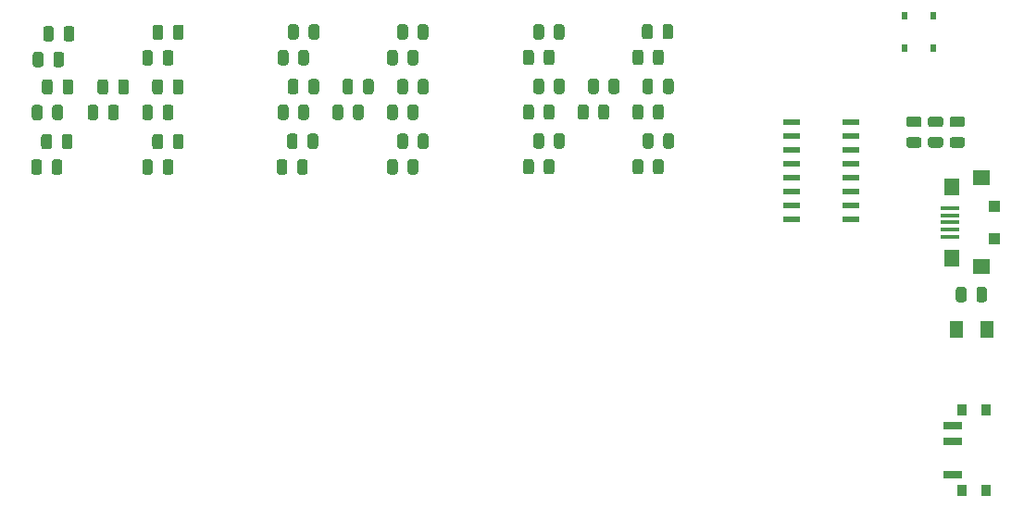
<source format=gtp>
G04 #@! TF.GenerationSoftware,KiCad,Pcbnew,(5.1.9)-1*
G04 #@! TF.CreationDate,2021-04-05T09:06:19-05:00*
G04 #@! TF.ProjectId,altbier_pcb_3d6,616c7462-6965-4725-9f70-63625f336436,2*
G04 #@! TF.SameCoordinates,Original*
G04 #@! TF.FileFunction,Paste,Top*
G04 #@! TF.FilePolarity,Positive*
%FSLAX46Y46*%
G04 Gerber Fmt 4.6, Leading zero omitted, Abs format (unit mm)*
G04 Created by KiCad (PCBNEW (5.1.9)-1) date 2021-04-05 09:06:19*
%MOMM*%
%LPD*%
G01*
G04 APERTURE LIST*
%ADD10R,1.250000X1.500000*%
%ADD11R,1.700000X0.700000*%
%ADD12R,0.900000X1.000000*%
%ADD13R,1.500000X0.600000*%
%ADD14R,1.000000X1.100000*%
%ADD15R,1.500000X1.350000*%
%ADD16R,1.800000X0.400000*%
%ADD17R,1.400000X1.500000*%
%ADD18R,0.600000X0.750000*%
G04 APERTURE END LIST*
D10*
X205870000Y-89916000D03*
X203070000Y-89916000D03*
G36*
G01*
X201649650Y-71432000D02*
X200737150Y-71432000D01*
G75*
G02*
X200493400Y-71188250I0J243750D01*
G01*
X200493400Y-70700750D01*
G75*
G02*
X200737150Y-70457000I243750J0D01*
G01*
X201649650Y-70457000D01*
G75*
G02*
X201893400Y-70700750I0J-243750D01*
G01*
X201893400Y-71188250D01*
G75*
G02*
X201649650Y-71432000I-243750J0D01*
G01*
G37*
G36*
G01*
X201649650Y-73307000D02*
X200737150Y-73307000D01*
G75*
G02*
X200493400Y-73063250I0J243750D01*
G01*
X200493400Y-72575750D01*
G75*
G02*
X200737150Y-72332000I243750J0D01*
G01*
X201649650Y-72332000D01*
G75*
G02*
X201893400Y-72575750I0J-243750D01*
G01*
X201893400Y-73063250D01*
G75*
G02*
X201649650Y-73307000I-243750J0D01*
G01*
G37*
G36*
G01*
X199668450Y-71432000D02*
X198755950Y-71432000D01*
G75*
G02*
X198512200Y-71188250I0J243750D01*
G01*
X198512200Y-70700750D01*
G75*
G02*
X198755950Y-70457000I243750J0D01*
G01*
X199668450Y-70457000D01*
G75*
G02*
X199912200Y-70700750I0J-243750D01*
G01*
X199912200Y-71188250D01*
G75*
G02*
X199668450Y-71432000I-243750J0D01*
G01*
G37*
G36*
G01*
X199668450Y-73307000D02*
X198755950Y-73307000D01*
G75*
G02*
X198512200Y-73063250I0J243750D01*
G01*
X198512200Y-72575750D01*
G75*
G02*
X198755950Y-72332000I243750J0D01*
G01*
X199668450Y-72332000D01*
G75*
G02*
X199912200Y-72575750I0J-243750D01*
G01*
X199912200Y-73063250D01*
G75*
G02*
X199668450Y-73307000I-243750J0D01*
G01*
G37*
G36*
G01*
X204920000Y-87197250D02*
X204920000Y-86284750D01*
G75*
G02*
X205163750Y-86041000I243750J0D01*
G01*
X205651250Y-86041000D01*
G75*
G02*
X205895000Y-86284750I0J-243750D01*
G01*
X205895000Y-87197250D01*
G75*
G02*
X205651250Y-87441000I-243750J0D01*
G01*
X205163750Y-87441000D01*
G75*
G02*
X204920000Y-87197250I0J243750D01*
G01*
G37*
G36*
G01*
X203045000Y-87197250D02*
X203045000Y-86284750D01*
G75*
G02*
X203288750Y-86041000I243750J0D01*
G01*
X203776250Y-86041000D01*
G75*
G02*
X204020000Y-86284750I0J-243750D01*
G01*
X204020000Y-87197250D01*
G75*
G02*
X203776250Y-87441000I-243750J0D01*
G01*
X203288750Y-87441000D01*
G75*
G02*
X203045000Y-87197250I0J243750D01*
G01*
G37*
G36*
G01*
X203630850Y-71432000D02*
X202718350Y-71432000D01*
G75*
G02*
X202474600Y-71188250I0J243750D01*
G01*
X202474600Y-70700750D01*
G75*
G02*
X202718350Y-70457000I243750J0D01*
G01*
X203630850Y-70457000D01*
G75*
G02*
X203874600Y-70700750I0J-243750D01*
G01*
X203874600Y-71188250D01*
G75*
G02*
X203630850Y-71432000I-243750J0D01*
G01*
G37*
G36*
G01*
X203630850Y-73307000D02*
X202718350Y-73307000D01*
G75*
G02*
X202474600Y-73063250I0J243750D01*
G01*
X202474600Y-72575750D01*
G75*
G02*
X202718350Y-72332000I243750J0D01*
G01*
X203630850Y-72332000D01*
G75*
G02*
X203874600Y-72575750I0J-243750D01*
G01*
X203874600Y-73063250D01*
G75*
G02*
X203630850Y-73307000I-243750J0D01*
G01*
G37*
G36*
G01*
X121455600Y-63346650D02*
X121455600Y-62434150D01*
G75*
G02*
X121699350Y-62190400I243750J0D01*
G01*
X122186850Y-62190400D01*
G75*
G02*
X122430600Y-62434150I0J-243750D01*
G01*
X122430600Y-63346650D01*
G75*
G02*
X122186850Y-63590400I-243750J0D01*
G01*
X121699350Y-63590400D01*
G75*
G02*
X121455600Y-63346650I0J243750D01*
G01*
G37*
G36*
G01*
X119580600Y-63346650D02*
X119580600Y-62434150D01*
G75*
G02*
X119824350Y-62190400I243750J0D01*
G01*
X120311850Y-62190400D01*
G75*
G02*
X120555600Y-62434150I0J-243750D01*
G01*
X120555600Y-63346650D01*
G75*
G02*
X120311850Y-63590400I-243750J0D01*
G01*
X119824350Y-63590400D01*
G75*
G02*
X119580600Y-63346650I0J243750D01*
G01*
G37*
G36*
G01*
X131437800Y-73201850D02*
X131437800Y-72289350D01*
G75*
G02*
X131681550Y-72045600I243750J0D01*
G01*
X132169050Y-72045600D01*
G75*
G02*
X132412800Y-72289350I0J-243750D01*
G01*
X132412800Y-73201850D01*
G75*
G02*
X132169050Y-73445600I-243750J0D01*
G01*
X131681550Y-73445600D01*
G75*
G02*
X131437800Y-73201850I0J243750D01*
G01*
G37*
G36*
G01*
X129562800Y-73201850D02*
X129562800Y-72289350D01*
G75*
G02*
X129806550Y-72045600I243750J0D01*
G01*
X130294050Y-72045600D01*
G75*
G02*
X130537800Y-72289350I0J-243750D01*
G01*
X130537800Y-73201850D01*
G75*
G02*
X130294050Y-73445600I-243750J0D01*
G01*
X129806550Y-73445600D01*
G75*
G02*
X129562800Y-73201850I0J243750D01*
G01*
G37*
G36*
G01*
X121354000Y-68198050D02*
X121354000Y-67285550D01*
G75*
G02*
X121597750Y-67041800I243750J0D01*
G01*
X122085250Y-67041800D01*
G75*
G02*
X122329000Y-67285550I0J-243750D01*
G01*
X122329000Y-68198050D01*
G75*
G02*
X122085250Y-68441800I-243750J0D01*
G01*
X121597750Y-68441800D01*
G75*
G02*
X121354000Y-68198050I0J243750D01*
G01*
G37*
G36*
G01*
X119479000Y-68198050D02*
X119479000Y-67285550D01*
G75*
G02*
X119722750Y-67041800I243750J0D01*
G01*
X120210250Y-67041800D01*
G75*
G02*
X120454000Y-67285550I0J-243750D01*
G01*
X120454000Y-68198050D01*
G75*
G02*
X120210250Y-68441800I-243750J0D01*
G01*
X119722750Y-68441800D01*
G75*
G02*
X119479000Y-68198050I0J243750D01*
G01*
G37*
G36*
G01*
X131437800Y-68198050D02*
X131437800Y-67285550D01*
G75*
G02*
X131681550Y-67041800I243750J0D01*
G01*
X132169050Y-67041800D01*
G75*
G02*
X132412800Y-67285550I0J-243750D01*
G01*
X132412800Y-68198050D01*
G75*
G02*
X132169050Y-68441800I-243750J0D01*
G01*
X131681550Y-68441800D01*
G75*
G02*
X131437800Y-68198050I0J243750D01*
G01*
G37*
G36*
G01*
X129562800Y-68198050D02*
X129562800Y-67285550D01*
G75*
G02*
X129806550Y-67041800I243750J0D01*
G01*
X130294050Y-67041800D01*
G75*
G02*
X130537800Y-67285550I0J-243750D01*
G01*
X130537800Y-68198050D01*
G75*
G02*
X130294050Y-68441800I-243750J0D01*
G01*
X129806550Y-68441800D01*
G75*
G02*
X129562800Y-68198050I0J243750D01*
G01*
G37*
G36*
G01*
X121277800Y-73201850D02*
X121277800Y-72289350D01*
G75*
G02*
X121521550Y-72045600I243750J0D01*
G01*
X122009050Y-72045600D01*
G75*
G02*
X122252800Y-72289350I0J-243750D01*
G01*
X122252800Y-73201850D01*
G75*
G02*
X122009050Y-73445600I-243750J0D01*
G01*
X121521550Y-73445600D01*
G75*
G02*
X121277800Y-73201850I0J243750D01*
G01*
G37*
G36*
G01*
X119402800Y-73201850D02*
X119402800Y-72289350D01*
G75*
G02*
X119646550Y-72045600I243750J0D01*
G01*
X120134050Y-72045600D01*
G75*
G02*
X120377800Y-72289350I0J-243750D01*
G01*
X120377800Y-73201850D01*
G75*
G02*
X120134050Y-73445600I-243750J0D01*
G01*
X119646550Y-73445600D01*
G75*
G02*
X119402800Y-73201850I0J243750D01*
G01*
G37*
G36*
G01*
X131463200Y-63194250D02*
X131463200Y-62281750D01*
G75*
G02*
X131706950Y-62038000I243750J0D01*
G01*
X132194450Y-62038000D01*
G75*
G02*
X132438200Y-62281750I0J-243750D01*
G01*
X132438200Y-63194250D01*
G75*
G02*
X132194450Y-63438000I-243750J0D01*
G01*
X131706950Y-63438000D01*
G75*
G02*
X131463200Y-63194250I0J243750D01*
G01*
G37*
G36*
G01*
X129588200Y-63194250D02*
X129588200Y-62281750D01*
G75*
G02*
X129831950Y-62038000I243750J0D01*
G01*
X130319450Y-62038000D01*
G75*
G02*
X130563200Y-62281750I0J-243750D01*
G01*
X130563200Y-63194250D01*
G75*
G02*
X130319450Y-63438000I-243750J0D01*
G01*
X129831950Y-63438000D01*
G75*
G02*
X129588200Y-63194250I0J243750D01*
G01*
G37*
G36*
G01*
X126434000Y-68198050D02*
X126434000Y-67285550D01*
G75*
G02*
X126677750Y-67041800I243750J0D01*
G01*
X127165250Y-67041800D01*
G75*
G02*
X127409000Y-67285550I0J-243750D01*
G01*
X127409000Y-68198050D01*
G75*
G02*
X127165250Y-68441800I-243750J0D01*
G01*
X126677750Y-68441800D01*
G75*
G02*
X126434000Y-68198050I0J243750D01*
G01*
G37*
G36*
G01*
X124559000Y-68198050D02*
X124559000Y-67285550D01*
G75*
G02*
X124802750Y-67041800I243750J0D01*
G01*
X125290250Y-67041800D01*
G75*
G02*
X125534000Y-67285550I0J-243750D01*
G01*
X125534000Y-68198050D01*
G75*
G02*
X125290250Y-68441800I-243750J0D01*
G01*
X124802750Y-68441800D01*
G75*
G02*
X124559000Y-68198050I0J243750D01*
G01*
G37*
G36*
G01*
X143858400Y-63168850D02*
X143858400Y-62256350D01*
G75*
G02*
X144102150Y-62012600I243750J0D01*
G01*
X144589650Y-62012600D01*
G75*
G02*
X144833400Y-62256350I0J-243750D01*
G01*
X144833400Y-63168850D01*
G75*
G02*
X144589650Y-63412600I-243750J0D01*
G01*
X144102150Y-63412600D01*
G75*
G02*
X143858400Y-63168850I0J243750D01*
G01*
G37*
G36*
G01*
X141983400Y-63168850D02*
X141983400Y-62256350D01*
G75*
G02*
X142227150Y-62012600I243750J0D01*
G01*
X142714650Y-62012600D01*
G75*
G02*
X142958400Y-62256350I0J-243750D01*
G01*
X142958400Y-63168850D01*
G75*
G02*
X142714650Y-63412600I-243750J0D01*
G01*
X142227150Y-63412600D01*
G75*
G02*
X141983400Y-63168850I0J243750D01*
G01*
G37*
G36*
G01*
X153840600Y-73176450D02*
X153840600Y-72263950D01*
G75*
G02*
X154084350Y-72020200I243750J0D01*
G01*
X154571850Y-72020200D01*
G75*
G02*
X154815600Y-72263950I0J-243750D01*
G01*
X154815600Y-73176450D01*
G75*
G02*
X154571850Y-73420200I-243750J0D01*
G01*
X154084350Y-73420200D01*
G75*
G02*
X153840600Y-73176450I0J243750D01*
G01*
G37*
G36*
G01*
X151965600Y-73176450D02*
X151965600Y-72263950D01*
G75*
G02*
X152209350Y-72020200I243750J0D01*
G01*
X152696850Y-72020200D01*
G75*
G02*
X152940600Y-72263950I0J-243750D01*
G01*
X152940600Y-73176450D01*
G75*
G02*
X152696850Y-73420200I-243750J0D01*
G01*
X152209350Y-73420200D01*
G75*
G02*
X151965600Y-73176450I0J243750D01*
G01*
G37*
G36*
G01*
X143833000Y-68172650D02*
X143833000Y-67260150D01*
G75*
G02*
X144076750Y-67016400I243750J0D01*
G01*
X144564250Y-67016400D01*
G75*
G02*
X144808000Y-67260150I0J-243750D01*
G01*
X144808000Y-68172650D01*
G75*
G02*
X144564250Y-68416400I-243750J0D01*
G01*
X144076750Y-68416400D01*
G75*
G02*
X143833000Y-68172650I0J243750D01*
G01*
G37*
G36*
G01*
X141958000Y-68172650D02*
X141958000Y-67260150D01*
G75*
G02*
X142201750Y-67016400I243750J0D01*
G01*
X142689250Y-67016400D01*
G75*
G02*
X142933000Y-67260150I0J-243750D01*
G01*
X142933000Y-68172650D01*
G75*
G02*
X142689250Y-68416400I-243750J0D01*
G01*
X142201750Y-68416400D01*
G75*
G02*
X141958000Y-68172650I0J243750D01*
G01*
G37*
G36*
G01*
X153840600Y-68172650D02*
X153840600Y-67260150D01*
G75*
G02*
X154084350Y-67016400I243750J0D01*
G01*
X154571850Y-67016400D01*
G75*
G02*
X154815600Y-67260150I0J-243750D01*
G01*
X154815600Y-68172650D01*
G75*
G02*
X154571850Y-68416400I-243750J0D01*
G01*
X154084350Y-68416400D01*
G75*
G02*
X153840600Y-68172650I0J243750D01*
G01*
G37*
G36*
G01*
X151965600Y-68172650D02*
X151965600Y-67260150D01*
G75*
G02*
X152209350Y-67016400I243750J0D01*
G01*
X152696850Y-67016400D01*
G75*
G02*
X152940600Y-67260150I0J-243750D01*
G01*
X152940600Y-68172650D01*
G75*
G02*
X152696850Y-68416400I-243750J0D01*
G01*
X152209350Y-68416400D01*
G75*
G02*
X151965600Y-68172650I0J243750D01*
G01*
G37*
G36*
G01*
X143756800Y-73176450D02*
X143756800Y-72263950D01*
G75*
G02*
X144000550Y-72020200I243750J0D01*
G01*
X144488050Y-72020200D01*
G75*
G02*
X144731800Y-72263950I0J-243750D01*
G01*
X144731800Y-73176450D01*
G75*
G02*
X144488050Y-73420200I-243750J0D01*
G01*
X144000550Y-73420200D01*
G75*
G02*
X143756800Y-73176450I0J243750D01*
G01*
G37*
G36*
G01*
X141881800Y-73176450D02*
X141881800Y-72263950D01*
G75*
G02*
X142125550Y-72020200I243750J0D01*
G01*
X142613050Y-72020200D01*
G75*
G02*
X142856800Y-72263950I0J-243750D01*
G01*
X142856800Y-73176450D01*
G75*
G02*
X142613050Y-73420200I-243750J0D01*
G01*
X142125550Y-73420200D01*
G75*
G02*
X141881800Y-73176450I0J243750D01*
G01*
G37*
G36*
G01*
X153840600Y-63168850D02*
X153840600Y-62256350D01*
G75*
G02*
X154084350Y-62012600I243750J0D01*
G01*
X154571850Y-62012600D01*
G75*
G02*
X154815600Y-62256350I0J-243750D01*
G01*
X154815600Y-63168850D01*
G75*
G02*
X154571850Y-63412600I-243750J0D01*
G01*
X154084350Y-63412600D01*
G75*
G02*
X153840600Y-63168850I0J243750D01*
G01*
G37*
G36*
G01*
X151965600Y-63168850D02*
X151965600Y-62256350D01*
G75*
G02*
X152209350Y-62012600I243750J0D01*
G01*
X152696850Y-62012600D01*
G75*
G02*
X152940600Y-62256350I0J-243750D01*
G01*
X152940600Y-63168850D01*
G75*
G02*
X152696850Y-63412600I-243750J0D01*
G01*
X152209350Y-63412600D01*
G75*
G02*
X151965600Y-63168850I0J243750D01*
G01*
G37*
G36*
G01*
X148836800Y-68172650D02*
X148836800Y-67260150D01*
G75*
G02*
X149080550Y-67016400I243750J0D01*
G01*
X149568050Y-67016400D01*
G75*
G02*
X149811800Y-67260150I0J-243750D01*
G01*
X149811800Y-68172650D01*
G75*
G02*
X149568050Y-68416400I-243750J0D01*
G01*
X149080550Y-68416400D01*
G75*
G02*
X148836800Y-68172650I0J243750D01*
G01*
G37*
G36*
G01*
X146961800Y-68172650D02*
X146961800Y-67260150D01*
G75*
G02*
X147205550Y-67016400I243750J0D01*
G01*
X147693050Y-67016400D01*
G75*
G02*
X147936800Y-67260150I0J-243750D01*
G01*
X147936800Y-68172650D01*
G75*
G02*
X147693050Y-68416400I-243750J0D01*
G01*
X147205550Y-68416400D01*
G75*
G02*
X146961800Y-68172650I0J243750D01*
G01*
G37*
G36*
G01*
X166286600Y-63168850D02*
X166286600Y-62256350D01*
G75*
G02*
X166530350Y-62012600I243750J0D01*
G01*
X167017850Y-62012600D01*
G75*
G02*
X167261600Y-62256350I0J-243750D01*
G01*
X167261600Y-63168850D01*
G75*
G02*
X167017850Y-63412600I-243750J0D01*
G01*
X166530350Y-63412600D01*
G75*
G02*
X166286600Y-63168850I0J243750D01*
G01*
G37*
G36*
G01*
X164411600Y-63168850D02*
X164411600Y-62256350D01*
G75*
G02*
X164655350Y-62012600I243750J0D01*
G01*
X165142850Y-62012600D01*
G75*
G02*
X165386600Y-62256350I0J-243750D01*
G01*
X165386600Y-63168850D01*
G75*
G02*
X165142850Y-63412600I-243750J0D01*
G01*
X164655350Y-63412600D01*
G75*
G02*
X164411600Y-63168850I0J243750D01*
G01*
G37*
G36*
G01*
X176294200Y-73151050D02*
X176294200Y-72238550D01*
G75*
G02*
X176537950Y-71994800I243750J0D01*
G01*
X177025450Y-71994800D01*
G75*
G02*
X177269200Y-72238550I0J-243750D01*
G01*
X177269200Y-73151050D01*
G75*
G02*
X177025450Y-73394800I-243750J0D01*
G01*
X176537950Y-73394800D01*
G75*
G02*
X176294200Y-73151050I0J243750D01*
G01*
G37*
G36*
G01*
X174419200Y-73151050D02*
X174419200Y-72238550D01*
G75*
G02*
X174662950Y-71994800I243750J0D01*
G01*
X175150450Y-71994800D01*
G75*
G02*
X175394200Y-72238550I0J-243750D01*
G01*
X175394200Y-73151050D01*
G75*
G02*
X175150450Y-73394800I-243750J0D01*
G01*
X174662950Y-73394800D01*
G75*
G02*
X174419200Y-73151050I0J243750D01*
G01*
G37*
G36*
G01*
X166286600Y-68147250D02*
X166286600Y-67234750D01*
G75*
G02*
X166530350Y-66991000I243750J0D01*
G01*
X167017850Y-66991000D01*
G75*
G02*
X167261600Y-67234750I0J-243750D01*
G01*
X167261600Y-68147250D01*
G75*
G02*
X167017850Y-68391000I-243750J0D01*
G01*
X166530350Y-68391000D01*
G75*
G02*
X166286600Y-68147250I0J243750D01*
G01*
G37*
G36*
G01*
X164411600Y-68147250D02*
X164411600Y-67234750D01*
G75*
G02*
X164655350Y-66991000I243750J0D01*
G01*
X165142850Y-66991000D01*
G75*
G02*
X165386600Y-67234750I0J-243750D01*
G01*
X165386600Y-68147250D01*
G75*
G02*
X165142850Y-68391000I-243750J0D01*
G01*
X164655350Y-68391000D01*
G75*
G02*
X164411600Y-68147250I0J243750D01*
G01*
G37*
G36*
G01*
X176268800Y-68147250D02*
X176268800Y-67234750D01*
G75*
G02*
X176512550Y-66991000I243750J0D01*
G01*
X177000050Y-66991000D01*
G75*
G02*
X177243800Y-67234750I0J-243750D01*
G01*
X177243800Y-68147250D01*
G75*
G02*
X177000050Y-68391000I-243750J0D01*
G01*
X176512550Y-68391000D01*
G75*
G02*
X176268800Y-68147250I0J243750D01*
G01*
G37*
G36*
G01*
X174393800Y-68147250D02*
X174393800Y-67234750D01*
G75*
G02*
X174637550Y-66991000I243750J0D01*
G01*
X175125050Y-66991000D01*
G75*
G02*
X175368800Y-67234750I0J-243750D01*
G01*
X175368800Y-68147250D01*
G75*
G02*
X175125050Y-68391000I-243750J0D01*
G01*
X174637550Y-68391000D01*
G75*
G02*
X174393800Y-68147250I0J243750D01*
G01*
G37*
G36*
G01*
X165386600Y-72238550D02*
X165386600Y-73151050D01*
G75*
G02*
X165142850Y-73394800I-243750J0D01*
G01*
X164655350Y-73394800D01*
G75*
G02*
X164411600Y-73151050I0J243750D01*
G01*
X164411600Y-72238550D01*
G75*
G02*
X164655350Y-71994800I243750J0D01*
G01*
X165142850Y-71994800D01*
G75*
G02*
X165386600Y-72238550I0J-243750D01*
G01*
G37*
G36*
G01*
X167261600Y-72238550D02*
X167261600Y-73151050D01*
G75*
G02*
X167017850Y-73394800I-243750J0D01*
G01*
X166530350Y-73394800D01*
G75*
G02*
X166286600Y-73151050I0J243750D01*
G01*
X166286600Y-72238550D01*
G75*
G02*
X166530350Y-71994800I243750J0D01*
G01*
X167017850Y-71994800D01*
G75*
G02*
X167261600Y-72238550I0J-243750D01*
G01*
G37*
G36*
G01*
X175318000Y-62230950D02*
X175318000Y-63143450D01*
G75*
G02*
X175074250Y-63387200I-243750J0D01*
G01*
X174586750Y-63387200D01*
G75*
G02*
X174343000Y-63143450I0J243750D01*
G01*
X174343000Y-62230950D01*
G75*
G02*
X174586750Y-61987200I243750J0D01*
G01*
X175074250Y-61987200D01*
G75*
G02*
X175318000Y-62230950I0J-243750D01*
G01*
G37*
G36*
G01*
X177193000Y-62230950D02*
X177193000Y-63143450D01*
G75*
G02*
X176949250Y-63387200I-243750J0D01*
G01*
X176461750Y-63387200D01*
G75*
G02*
X176218000Y-63143450I0J243750D01*
G01*
X176218000Y-62230950D01*
G75*
G02*
X176461750Y-61987200I243750J0D01*
G01*
X176949250Y-61987200D01*
G75*
G02*
X177193000Y-62230950I0J-243750D01*
G01*
G37*
G36*
G01*
X171290400Y-68147250D02*
X171290400Y-67234750D01*
G75*
G02*
X171534150Y-66991000I243750J0D01*
G01*
X172021650Y-66991000D01*
G75*
G02*
X172265400Y-67234750I0J-243750D01*
G01*
X172265400Y-68147250D01*
G75*
G02*
X172021650Y-68391000I-243750J0D01*
G01*
X171534150Y-68391000D01*
G75*
G02*
X171290400Y-68147250I0J243750D01*
G01*
G37*
G36*
G01*
X169415400Y-68147250D02*
X169415400Y-67234750D01*
G75*
G02*
X169659150Y-66991000I243750J0D01*
G01*
X170146650Y-66991000D01*
G75*
G02*
X170390400Y-67234750I0J-243750D01*
G01*
X170390400Y-68147250D01*
G75*
G02*
X170146650Y-68391000I-243750J0D01*
G01*
X169659150Y-68391000D01*
G75*
G02*
X169415400Y-68147250I0J243750D01*
G01*
G37*
G36*
G01*
X165351000Y-65499450D02*
X165351000Y-64586950D01*
G75*
G02*
X165594750Y-64343200I243750J0D01*
G01*
X166082250Y-64343200D01*
G75*
G02*
X166326000Y-64586950I0J-243750D01*
G01*
X166326000Y-65499450D01*
G75*
G02*
X166082250Y-65743200I-243750J0D01*
G01*
X165594750Y-65743200D01*
G75*
G02*
X165351000Y-65499450I0J243750D01*
G01*
G37*
G36*
G01*
X163476000Y-65499450D02*
X163476000Y-64586950D01*
G75*
G02*
X163719750Y-64343200I243750J0D01*
G01*
X164207250Y-64343200D01*
G75*
G02*
X164451000Y-64586950I0J-243750D01*
G01*
X164451000Y-65499450D01*
G75*
G02*
X164207250Y-65743200I-243750J0D01*
G01*
X163719750Y-65743200D01*
G75*
G02*
X163476000Y-65499450I0J243750D01*
G01*
G37*
G36*
G01*
X175351000Y-75499450D02*
X175351000Y-74586950D01*
G75*
G02*
X175594750Y-74343200I243750J0D01*
G01*
X176082250Y-74343200D01*
G75*
G02*
X176326000Y-74586950I0J-243750D01*
G01*
X176326000Y-75499450D01*
G75*
G02*
X176082250Y-75743200I-243750J0D01*
G01*
X175594750Y-75743200D01*
G75*
G02*
X175351000Y-75499450I0J243750D01*
G01*
G37*
G36*
G01*
X173476000Y-75499450D02*
X173476000Y-74586950D01*
G75*
G02*
X173719750Y-74343200I243750J0D01*
G01*
X174207250Y-74343200D01*
G75*
G02*
X174451000Y-74586950I0J-243750D01*
G01*
X174451000Y-75499450D01*
G75*
G02*
X174207250Y-75743200I-243750J0D01*
G01*
X173719750Y-75743200D01*
G75*
G02*
X173476000Y-75499450I0J243750D01*
G01*
G37*
G36*
G01*
X165351000Y-70499450D02*
X165351000Y-69586950D01*
G75*
G02*
X165594750Y-69343200I243750J0D01*
G01*
X166082250Y-69343200D01*
G75*
G02*
X166326000Y-69586950I0J-243750D01*
G01*
X166326000Y-70499450D01*
G75*
G02*
X166082250Y-70743200I-243750J0D01*
G01*
X165594750Y-70743200D01*
G75*
G02*
X165351000Y-70499450I0J243750D01*
G01*
G37*
G36*
G01*
X163476000Y-70499450D02*
X163476000Y-69586950D01*
G75*
G02*
X163719750Y-69343200I243750J0D01*
G01*
X164207250Y-69343200D01*
G75*
G02*
X164451000Y-69586950I0J-243750D01*
G01*
X164451000Y-70499450D01*
G75*
G02*
X164207250Y-70743200I-243750J0D01*
G01*
X163719750Y-70743200D01*
G75*
G02*
X163476000Y-70499450I0J243750D01*
G01*
G37*
G36*
G01*
X175351000Y-70499450D02*
X175351000Y-69586950D01*
G75*
G02*
X175594750Y-69343200I243750J0D01*
G01*
X176082250Y-69343200D01*
G75*
G02*
X176326000Y-69586950I0J-243750D01*
G01*
X176326000Y-70499450D01*
G75*
G02*
X176082250Y-70743200I-243750J0D01*
G01*
X175594750Y-70743200D01*
G75*
G02*
X175351000Y-70499450I0J243750D01*
G01*
G37*
G36*
G01*
X173476000Y-70499450D02*
X173476000Y-69586950D01*
G75*
G02*
X173719750Y-69343200I243750J0D01*
G01*
X174207250Y-69343200D01*
G75*
G02*
X174451000Y-69586950I0J-243750D01*
G01*
X174451000Y-70499450D01*
G75*
G02*
X174207250Y-70743200I-243750J0D01*
G01*
X173719750Y-70743200D01*
G75*
G02*
X173476000Y-70499450I0J243750D01*
G01*
G37*
G36*
G01*
X165351000Y-75499450D02*
X165351000Y-74586950D01*
G75*
G02*
X165594750Y-74343200I243750J0D01*
G01*
X166082250Y-74343200D01*
G75*
G02*
X166326000Y-74586950I0J-243750D01*
G01*
X166326000Y-75499450D01*
G75*
G02*
X166082250Y-75743200I-243750J0D01*
G01*
X165594750Y-75743200D01*
G75*
G02*
X165351000Y-75499450I0J243750D01*
G01*
G37*
G36*
G01*
X163476000Y-75499450D02*
X163476000Y-74586950D01*
G75*
G02*
X163719750Y-74343200I243750J0D01*
G01*
X164207250Y-74343200D01*
G75*
G02*
X164451000Y-74586950I0J-243750D01*
G01*
X164451000Y-75499450D01*
G75*
G02*
X164207250Y-75743200I-243750J0D01*
G01*
X163719750Y-75743200D01*
G75*
G02*
X163476000Y-75499450I0J243750D01*
G01*
G37*
G36*
G01*
X175351000Y-65499450D02*
X175351000Y-64586950D01*
G75*
G02*
X175594750Y-64343200I243750J0D01*
G01*
X176082250Y-64343200D01*
G75*
G02*
X176326000Y-64586950I0J-243750D01*
G01*
X176326000Y-65499450D01*
G75*
G02*
X176082250Y-65743200I-243750J0D01*
G01*
X175594750Y-65743200D01*
G75*
G02*
X175351000Y-65499450I0J243750D01*
G01*
G37*
G36*
G01*
X173476000Y-65499450D02*
X173476000Y-64586950D01*
G75*
G02*
X173719750Y-64343200I243750J0D01*
G01*
X174207250Y-64343200D01*
G75*
G02*
X174451000Y-64586950I0J-243750D01*
G01*
X174451000Y-65499450D01*
G75*
G02*
X174207250Y-65743200I-243750J0D01*
G01*
X173719750Y-65743200D01*
G75*
G02*
X173476000Y-65499450I0J243750D01*
G01*
G37*
G36*
G01*
X170351000Y-70499450D02*
X170351000Y-69586950D01*
G75*
G02*
X170594750Y-69343200I243750J0D01*
G01*
X171082250Y-69343200D01*
G75*
G02*
X171326000Y-69586950I0J-243750D01*
G01*
X171326000Y-70499450D01*
G75*
G02*
X171082250Y-70743200I-243750J0D01*
G01*
X170594750Y-70743200D01*
G75*
G02*
X170351000Y-70499450I0J243750D01*
G01*
G37*
G36*
G01*
X168476000Y-70499450D02*
X168476000Y-69586950D01*
G75*
G02*
X168719750Y-69343200I243750J0D01*
G01*
X169207250Y-69343200D01*
G75*
G02*
X169451000Y-69586950I0J-243750D01*
G01*
X169451000Y-70499450D01*
G75*
G02*
X169207250Y-70743200I-243750J0D01*
G01*
X168719750Y-70743200D01*
G75*
G02*
X168476000Y-70499450I0J243750D01*
G01*
G37*
G36*
G01*
X142913350Y-65522606D02*
X142913350Y-64610106D01*
G75*
G02*
X143157100Y-64366356I243750J0D01*
G01*
X143644600Y-64366356D01*
G75*
G02*
X143888350Y-64610106I0J-243750D01*
G01*
X143888350Y-65522606D01*
G75*
G02*
X143644600Y-65766356I-243750J0D01*
G01*
X143157100Y-65766356D01*
G75*
G02*
X142913350Y-65522606I0J243750D01*
G01*
G37*
G36*
G01*
X141038350Y-65522606D02*
X141038350Y-64610106D01*
G75*
G02*
X141282100Y-64366356I243750J0D01*
G01*
X141769600Y-64366356D01*
G75*
G02*
X142013350Y-64610106I0J-243750D01*
G01*
X142013350Y-65522606D01*
G75*
G02*
X141769600Y-65766356I-243750J0D01*
G01*
X141282100Y-65766356D01*
G75*
G02*
X141038350Y-65522606I0J243750D01*
G01*
G37*
G36*
G01*
X152913350Y-75522606D02*
X152913350Y-74610106D01*
G75*
G02*
X153157100Y-74366356I243750J0D01*
G01*
X153644600Y-74366356D01*
G75*
G02*
X153888350Y-74610106I0J-243750D01*
G01*
X153888350Y-75522606D01*
G75*
G02*
X153644600Y-75766356I-243750J0D01*
G01*
X153157100Y-75766356D01*
G75*
G02*
X152913350Y-75522606I0J243750D01*
G01*
G37*
G36*
G01*
X151038350Y-75522606D02*
X151038350Y-74610106D01*
G75*
G02*
X151282100Y-74366356I243750J0D01*
G01*
X151769600Y-74366356D01*
G75*
G02*
X152013350Y-74610106I0J-243750D01*
G01*
X152013350Y-75522606D01*
G75*
G02*
X151769600Y-75766356I-243750J0D01*
G01*
X151282100Y-75766356D01*
G75*
G02*
X151038350Y-75522606I0J243750D01*
G01*
G37*
G36*
G01*
X142913350Y-70522606D02*
X142913350Y-69610106D01*
G75*
G02*
X143157100Y-69366356I243750J0D01*
G01*
X143644600Y-69366356D01*
G75*
G02*
X143888350Y-69610106I0J-243750D01*
G01*
X143888350Y-70522606D01*
G75*
G02*
X143644600Y-70766356I-243750J0D01*
G01*
X143157100Y-70766356D01*
G75*
G02*
X142913350Y-70522606I0J243750D01*
G01*
G37*
G36*
G01*
X141038350Y-70522606D02*
X141038350Y-69610106D01*
G75*
G02*
X141282100Y-69366356I243750J0D01*
G01*
X141769600Y-69366356D01*
G75*
G02*
X142013350Y-69610106I0J-243750D01*
G01*
X142013350Y-70522606D01*
G75*
G02*
X141769600Y-70766356I-243750J0D01*
G01*
X141282100Y-70766356D01*
G75*
G02*
X141038350Y-70522606I0J243750D01*
G01*
G37*
G36*
G01*
X152913350Y-70522606D02*
X152913350Y-69610106D01*
G75*
G02*
X153157100Y-69366356I243750J0D01*
G01*
X153644600Y-69366356D01*
G75*
G02*
X153888350Y-69610106I0J-243750D01*
G01*
X153888350Y-70522606D01*
G75*
G02*
X153644600Y-70766356I-243750J0D01*
G01*
X153157100Y-70766356D01*
G75*
G02*
X152913350Y-70522606I0J243750D01*
G01*
G37*
G36*
G01*
X151038350Y-70522606D02*
X151038350Y-69610106D01*
G75*
G02*
X151282100Y-69366356I243750J0D01*
G01*
X151769600Y-69366356D01*
G75*
G02*
X152013350Y-69610106I0J-243750D01*
G01*
X152013350Y-70522606D01*
G75*
G02*
X151769600Y-70766356I-243750J0D01*
G01*
X151282100Y-70766356D01*
G75*
G02*
X151038350Y-70522606I0J243750D01*
G01*
G37*
G36*
G01*
X142813350Y-75522606D02*
X142813350Y-74610106D01*
G75*
G02*
X143057100Y-74366356I243750J0D01*
G01*
X143544600Y-74366356D01*
G75*
G02*
X143788350Y-74610106I0J-243750D01*
G01*
X143788350Y-75522606D01*
G75*
G02*
X143544600Y-75766356I-243750J0D01*
G01*
X143057100Y-75766356D01*
G75*
G02*
X142813350Y-75522606I0J243750D01*
G01*
G37*
G36*
G01*
X140938350Y-75522606D02*
X140938350Y-74610106D01*
G75*
G02*
X141182100Y-74366356I243750J0D01*
G01*
X141669600Y-74366356D01*
G75*
G02*
X141913350Y-74610106I0J-243750D01*
G01*
X141913350Y-75522606D01*
G75*
G02*
X141669600Y-75766356I-243750J0D01*
G01*
X141182100Y-75766356D01*
G75*
G02*
X140938350Y-75522606I0J243750D01*
G01*
G37*
G36*
G01*
X152913350Y-65522606D02*
X152913350Y-64610106D01*
G75*
G02*
X153157100Y-64366356I243750J0D01*
G01*
X153644600Y-64366356D01*
G75*
G02*
X153888350Y-64610106I0J-243750D01*
G01*
X153888350Y-65522606D01*
G75*
G02*
X153644600Y-65766356I-243750J0D01*
G01*
X153157100Y-65766356D01*
G75*
G02*
X152913350Y-65522606I0J243750D01*
G01*
G37*
G36*
G01*
X151038350Y-65522606D02*
X151038350Y-64610106D01*
G75*
G02*
X151282100Y-64366356I243750J0D01*
G01*
X151769600Y-64366356D01*
G75*
G02*
X152013350Y-64610106I0J-243750D01*
G01*
X152013350Y-65522606D01*
G75*
G02*
X151769600Y-65766356I-243750J0D01*
G01*
X151282100Y-65766356D01*
G75*
G02*
X151038350Y-65522606I0J243750D01*
G01*
G37*
G36*
G01*
X147913350Y-70522606D02*
X147913350Y-69610106D01*
G75*
G02*
X148157100Y-69366356I243750J0D01*
G01*
X148644600Y-69366356D01*
G75*
G02*
X148888350Y-69610106I0J-243750D01*
G01*
X148888350Y-70522606D01*
G75*
G02*
X148644600Y-70766356I-243750J0D01*
G01*
X148157100Y-70766356D01*
G75*
G02*
X147913350Y-70522606I0J243750D01*
G01*
G37*
G36*
G01*
X146038350Y-70522606D02*
X146038350Y-69610106D01*
G75*
G02*
X146282100Y-69366356I243750J0D01*
G01*
X146769600Y-69366356D01*
G75*
G02*
X147013350Y-69610106I0J-243750D01*
G01*
X147013350Y-70522606D01*
G75*
G02*
X146769600Y-70766356I-243750J0D01*
G01*
X146282100Y-70766356D01*
G75*
G02*
X146038350Y-70522606I0J243750D01*
G01*
G37*
G36*
G01*
X120517300Y-65687550D02*
X120517300Y-64775050D01*
G75*
G02*
X120761050Y-64531300I243750J0D01*
G01*
X121248550Y-64531300D01*
G75*
G02*
X121492300Y-64775050I0J-243750D01*
G01*
X121492300Y-65687550D01*
G75*
G02*
X121248550Y-65931300I-243750J0D01*
G01*
X120761050Y-65931300D01*
G75*
G02*
X120517300Y-65687550I0J243750D01*
G01*
G37*
G36*
G01*
X118642300Y-65687550D02*
X118642300Y-64775050D01*
G75*
G02*
X118886050Y-64531300I243750J0D01*
G01*
X119373550Y-64531300D01*
G75*
G02*
X119617300Y-64775050I0J-243750D01*
G01*
X119617300Y-65687550D01*
G75*
G02*
X119373550Y-65931300I-243750J0D01*
G01*
X118886050Y-65931300D01*
G75*
G02*
X118642300Y-65687550I0J243750D01*
G01*
G37*
G36*
G01*
X130517300Y-75537550D02*
X130517300Y-74625050D01*
G75*
G02*
X130761050Y-74381300I243750J0D01*
G01*
X131248550Y-74381300D01*
G75*
G02*
X131492300Y-74625050I0J-243750D01*
G01*
X131492300Y-75537550D01*
G75*
G02*
X131248550Y-75781300I-243750J0D01*
G01*
X130761050Y-75781300D01*
G75*
G02*
X130517300Y-75537550I0J243750D01*
G01*
G37*
G36*
G01*
X128642300Y-75537550D02*
X128642300Y-74625050D01*
G75*
G02*
X128886050Y-74381300I243750J0D01*
G01*
X129373550Y-74381300D01*
G75*
G02*
X129617300Y-74625050I0J-243750D01*
G01*
X129617300Y-75537550D01*
G75*
G02*
X129373550Y-75781300I-243750J0D01*
G01*
X128886050Y-75781300D01*
G75*
G02*
X128642300Y-75537550I0J243750D01*
G01*
G37*
G36*
G01*
X120417300Y-70537550D02*
X120417300Y-69625050D01*
G75*
G02*
X120661050Y-69381300I243750J0D01*
G01*
X121148550Y-69381300D01*
G75*
G02*
X121392300Y-69625050I0J-243750D01*
G01*
X121392300Y-70537550D01*
G75*
G02*
X121148550Y-70781300I-243750J0D01*
G01*
X120661050Y-70781300D01*
G75*
G02*
X120417300Y-70537550I0J243750D01*
G01*
G37*
G36*
G01*
X118542300Y-70537550D02*
X118542300Y-69625050D01*
G75*
G02*
X118786050Y-69381300I243750J0D01*
G01*
X119273550Y-69381300D01*
G75*
G02*
X119517300Y-69625050I0J-243750D01*
G01*
X119517300Y-70537550D01*
G75*
G02*
X119273550Y-70781300I-243750J0D01*
G01*
X118786050Y-70781300D01*
G75*
G02*
X118542300Y-70537550I0J243750D01*
G01*
G37*
G36*
G01*
X130517300Y-70537550D02*
X130517300Y-69625050D01*
G75*
G02*
X130761050Y-69381300I243750J0D01*
G01*
X131248550Y-69381300D01*
G75*
G02*
X131492300Y-69625050I0J-243750D01*
G01*
X131492300Y-70537550D01*
G75*
G02*
X131248550Y-70781300I-243750J0D01*
G01*
X130761050Y-70781300D01*
G75*
G02*
X130517300Y-70537550I0J243750D01*
G01*
G37*
G36*
G01*
X128642300Y-70537550D02*
X128642300Y-69625050D01*
G75*
G02*
X128886050Y-69381300I243750J0D01*
G01*
X129373550Y-69381300D01*
G75*
G02*
X129617300Y-69625050I0J-243750D01*
G01*
X129617300Y-70537550D01*
G75*
G02*
X129373550Y-70781300I-243750J0D01*
G01*
X128886050Y-70781300D01*
G75*
G02*
X128642300Y-70537550I0J243750D01*
G01*
G37*
G36*
G01*
X120367300Y-75537550D02*
X120367300Y-74625050D01*
G75*
G02*
X120611050Y-74381300I243750J0D01*
G01*
X121098550Y-74381300D01*
G75*
G02*
X121342300Y-74625050I0J-243750D01*
G01*
X121342300Y-75537550D01*
G75*
G02*
X121098550Y-75781300I-243750J0D01*
G01*
X120611050Y-75781300D01*
G75*
G02*
X120367300Y-75537550I0J243750D01*
G01*
G37*
G36*
G01*
X118492300Y-75537550D02*
X118492300Y-74625050D01*
G75*
G02*
X118736050Y-74381300I243750J0D01*
G01*
X119223550Y-74381300D01*
G75*
G02*
X119467300Y-74625050I0J-243750D01*
G01*
X119467300Y-75537550D01*
G75*
G02*
X119223550Y-75781300I-243750J0D01*
G01*
X118736050Y-75781300D01*
G75*
G02*
X118492300Y-75537550I0J243750D01*
G01*
G37*
G36*
G01*
X130517300Y-65537550D02*
X130517300Y-64625050D01*
G75*
G02*
X130761050Y-64381300I243750J0D01*
G01*
X131248550Y-64381300D01*
G75*
G02*
X131492300Y-64625050I0J-243750D01*
G01*
X131492300Y-65537550D01*
G75*
G02*
X131248550Y-65781300I-243750J0D01*
G01*
X130761050Y-65781300D01*
G75*
G02*
X130517300Y-65537550I0J243750D01*
G01*
G37*
G36*
G01*
X128642300Y-65537550D02*
X128642300Y-64625050D01*
G75*
G02*
X128886050Y-64381300I243750J0D01*
G01*
X129373550Y-64381300D01*
G75*
G02*
X129617300Y-64625050I0J-243750D01*
G01*
X129617300Y-65537550D01*
G75*
G02*
X129373550Y-65781300I-243750J0D01*
G01*
X128886050Y-65781300D01*
G75*
G02*
X128642300Y-65537550I0J243750D01*
G01*
G37*
G36*
G01*
X125517300Y-70537550D02*
X125517300Y-69625050D01*
G75*
G02*
X125761050Y-69381300I243750J0D01*
G01*
X126248550Y-69381300D01*
G75*
G02*
X126492300Y-69625050I0J-243750D01*
G01*
X126492300Y-70537550D01*
G75*
G02*
X126248550Y-70781300I-243750J0D01*
G01*
X125761050Y-70781300D01*
G75*
G02*
X125517300Y-70537550I0J243750D01*
G01*
G37*
G36*
G01*
X123642300Y-70537550D02*
X123642300Y-69625050D01*
G75*
G02*
X123886050Y-69381300I243750J0D01*
G01*
X124373550Y-69381300D01*
G75*
G02*
X124617300Y-69625050I0J-243750D01*
G01*
X124617300Y-70537550D01*
G75*
G02*
X124373550Y-70781300I-243750J0D01*
G01*
X123886050Y-70781300D01*
G75*
G02*
X123642300Y-70537550I0J243750D01*
G01*
G37*
D11*
X202767000Y-103215000D03*
X202767000Y-100215000D03*
X202767000Y-98715000D03*
D12*
X205827000Y-104665000D03*
X205827000Y-97265000D03*
X203617000Y-97265000D03*
X203617000Y-104665000D03*
D13*
X193428600Y-70993000D03*
X193428600Y-72263000D03*
X193428600Y-73533000D03*
X193428600Y-74803000D03*
X193428600Y-76073000D03*
X193428600Y-77343000D03*
X193428600Y-78613000D03*
X193428600Y-79883000D03*
X188028600Y-79883000D03*
X188028600Y-78613000D03*
X188028600Y-77343000D03*
X188028600Y-76073000D03*
X188028600Y-74803000D03*
X188028600Y-73533000D03*
X188028600Y-72263000D03*
X188028600Y-70993000D03*
D14*
X206547000Y-78637000D03*
X206547000Y-81637000D03*
D15*
X205367000Y-76062000D03*
X205367000Y-84212000D03*
D16*
X202497000Y-78837000D03*
X202497000Y-81437000D03*
X202497000Y-79487000D03*
X202497000Y-80787000D03*
X202497000Y-80137000D03*
D17*
X202697000Y-76887000D03*
X202697000Y-83387000D03*
D18*
X198319400Y-64213000D03*
X198319400Y-61263000D03*
X201019400Y-64213000D03*
X201019400Y-61263000D03*
M02*

</source>
